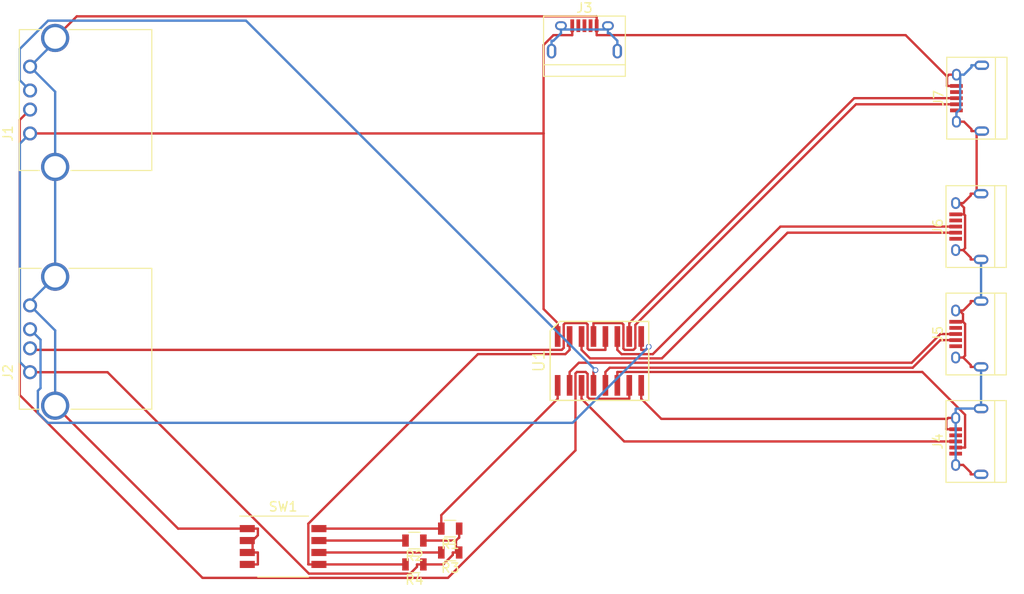
<source format=kicad_pcb>
(kicad_pcb (version 4) (host pcbnew 4.0.7)

  (general
    (links 59)
    (no_connects 0)
    (area 49.765 50.315 159.079 113.895)
    (thickness 1.6)
    (drawings 0)
    (tracks 230)
    (zones 0)
    (modules 13)
    (nets 31)
  )

  (page A4)
  (layers
    (0 F.Cu signal)
    (31 B.Cu signal)
    (32 B.Adhes user)
    (33 F.Adhes user)
    (34 B.Paste user)
    (35 F.Paste user)
    (36 B.SilkS user)
    (37 F.SilkS user)
    (38 B.Mask user)
    (39 F.Mask user)
    (40 Dwgs.User user)
    (41 Cmts.User user)
    (42 Eco1.User user)
    (43 Eco2.User user)
    (44 Edge.Cuts user)
    (45 Margin user)
    (46 B.CrtYd user)
    (47 F.CrtYd user)
    (48 B.Fab user)
    (49 F.Fab user)
  )

  (setup
    (last_trace_width 0.25)
    (trace_clearance 0.2)
    (zone_clearance 0.508)
    (zone_45_only no)
    (trace_min 0.2)
    (segment_width 0.2)
    (edge_width 0.15)
    (via_size 0.6)
    (via_drill 0.4)
    (via_min_size 0.4)
    (via_min_drill 0.3)
    (uvia_size 0.3)
    (uvia_drill 0.1)
    (uvias_allowed no)
    (uvia_min_size 0.2)
    (uvia_min_drill 0.1)
    (pcb_text_width 0.3)
    (pcb_text_size 1.5 1.5)
    (mod_edge_width 0.15)
    (mod_text_size 1 1)
    (mod_text_width 0.15)
    (pad_size 1.524 1.524)
    (pad_drill 0.762)
    (pad_to_mask_clearance 0.2)
    (aux_axis_origin 0 0)
    (visible_elements 7FFFFFFF)
    (pcbplotparams
      (layerselection 0x00030_80000001)
      (usegerberextensions false)
      (excludeedgelayer true)
      (linewidth 0.100000)
      (plotframeref false)
      (viasonmask false)
      (mode 1)
      (useauxorigin false)
      (hpglpennumber 1)
      (hpglpenspeed 20)
      (hpglpendiameter 15)
      (hpglpenoverlay 2)
      (psnegative false)
      (psa4output false)
      (plotreference true)
      (plotvalue true)
      (plotinvisibletext false)
      (padsonsilk false)
      (subtractmaskfromsilk false)
      (outputformat 1)
      (mirror false)
      (drillshape 1)
      (scaleselection 1)
      (outputdirectory ""))
  )

  (net 0 "")
  (net 1 "Net-(J1-Pad3)")
  (net 2 "Net-(J1-Pad2)")
  (net 3 "Net-(J2-Pad3)")
  (net 4 "Net-(J2-Pad2)")
  (net 5 VBUS)
  (net 6 "Net-(J3-Pad2)")
  (net 7 "Net-(J3-Pad3)")
  (net 8 "Net-(J3-Pad4)")
  (net 9 GND)
  (net 10 "Net-(J3-Pad6)")
  (net 11 "Net-(J4-Pad1)")
  (net 12 "Net-(J4-Pad2)")
  (net 13 "Net-(J4-Pad3)")
  (net 14 "Net-(J4-Pad4)")
  (net 15 "Net-(J5-Pad1)")
  (net 16 "Net-(J5-Pad2)")
  (net 17 "Net-(J5-Pad3)")
  (net 18 "Net-(J5-Pad4)")
  (net 19 "Net-(J6-Pad1)")
  (net 20 "Net-(J6-Pad2)")
  (net 21 "Net-(J6-Pad3)")
  (net 22 "Net-(J6-Pad4)")
  (net 23 "Net-(J7-Pad1)")
  (net 24 "Net-(J7-Pad2)")
  (net 25 "Net-(J7-Pad3)")
  (net 26 "Net-(J7-Pad4)")
  (net 27 "Net-(R1-Pad2)")
  (net 28 "Net-(R2-Pad2)")
  (net 29 "Net-(R3-Pad2)")
  (net 30 "Net-(R4-Pad2)")

  (net_class Default 这是默认网络组.
    (clearance 0.2)
    (trace_width 0.25)
    (via_dia 0.6)
    (via_drill 0.4)
    (uvia_dia 0.3)
    (uvia_drill 0.1)
    (add_net GND)
    (add_net "Net-(J1-Pad2)")
    (add_net "Net-(J1-Pad3)")
    (add_net "Net-(J2-Pad2)")
    (add_net "Net-(J2-Pad3)")
    (add_net "Net-(J3-Pad2)")
    (add_net "Net-(J3-Pad3)")
    (add_net "Net-(J3-Pad4)")
    (add_net "Net-(J3-Pad6)")
    (add_net "Net-(J4-Pad1)")
    (add_net "Net-(J4-Pad2)")
    (add_net "Net-(J4-Pad3)")
    (add_net "Net-(J4-Pad4)")
    (add_net "Net-(J5-Pad1)")
    (add_net "Net-(J5-Pad2)")
    (add_net "Net-(J5-Pad3)")
    (add_net "Net-(J5-Pad4)")
    (add_net "Net-(J6-Pad1)")
    (add_net "Net-(J6-Pad2)")
    (add_net "Net-(J6-Pad3)")
    (add_net "Net-(J6-Pad4)")
    (add_net "Net-(J7-Pad1)")
    (add_net "Net-(J7-Pad2)")
    (add_net "Net-(J7-Pad3)")
    (add_net "Net-(J7-Pad4)")
    (add_net "Net-(R1-Pad2)")
    (add_net "Net-(R2-Pad2)")
    (add_net "Net-(R3-Pad2)")
    (add_net "Net-(R4-Pad2)")
    (add_net VBUS)
  )

  (module Connectors:USB_A (layer F.Cu) (tedit 5543E289) (tstamp 5A9B5561)
    (at 53.09 64.64 90)
    (descr "USB A connector")
    (tags "USB USB_A")
    (path /5A9B53A4)
    (fp_text reference J1 (at 0 -2.35 90) (layer F.SilkS)
      (effects (font (size 1 1) (thickness 0.15)))
    )
    (fp_text value USB_A (at 3.84 7.44 90) (layer F.Fab)
      (effects (font (size 1 1) (thickness 0.15)))
    )
    (fp_line (start -5.3 13.2) (end -5.3 -1.4) (layer F.CrtYd) (width 0.05))
    (fp_line (start 11.95 -1.4) (end 11.95 13.2) (layer F.CrtYd) (width 0.05))
    (fp_line (start -5.3 13.2) (end 11.95 13.2) (layer F.CrtYd) (width 0.05))
    (fp_line (start -5.3 -1.4) (end 11.95 -1.4) (layer F.CrtYd) (width 0.05))
    (fp_line (start 11.05 -1.14) (end 11.05 1.19) (layer F.SilkS) (width 0.12))
    (fp_line (start -3.94 -1.14) (end -3.94 0.98) (layer F.SilkS) (width 0.12))
    (fp_line (start 11.05 -1.14) (end -3.94 -1.14) (layer F.SilkS) (width 0.12))
    (fp_line (start 11.05 12.95) (end -3.94 12.95) (layer F.SilkS) (width 0.12))
    (fp_line (start 11.05 4.15) (end 11.05 12.95) (layer F.SilkS) (width 0.12))
    (fp_line (start -3.94 4.35) (end -3.94 12.95) (layer F.SilkS) (width 0.12))
    (pad 4 thru_hole circle (at 7.11 0) (size 1.5 1.5) (drill 1) (layers *.Cu *.Mask)
      (net 9 GND))
    (pad 3 thru_hole circle (at 4.57 0) (size 1.5 1.5) (drill 1) (layers *.Cu *.Mask)
      (net 1 "Net-(J1-Pad3)"))
    (pad 2 thru_hole circle (at 2.54 0) (size 1.5 1.5) (drill 1) (layers *.Cu *.Mask)
      (net 2 "Net-(J1-Pad2)"))
    (pad 1 thru_hole circle (at 0 0) (size 1.5 1.5) (drill 1) (layers *.Cu *.Mask)
      (net 5 VBUS))
    (pad 5 thru_hole circle (at 10.16 2.67) (size 3 3) (drill 2.3) (layers *.Cu *.Mask)
      (net 9 GND))
    (pad 5 thru_hole circle (at -3.56 2.67) (size 3 3) (drill 2.3) (layers *.Cu *.Mask)
      (net 9 GND))
    (model ${KISYS3DMOD}/Connectors.3dshapes/USB_A.wrl
      (at (xyz 0.14 0 0))
      (scale (xyz 1 1 1))
      (rotate (xyz 0 0 90))
    )
  )

  (module Connectors:USB_A (layer F.Cu) (tedit 5543E289) (tstamp 5A9B5575)
    (at 53.09 90.04 90)
    (descr "USB A connector")
    (tags "USB USB_A")
    (path /5A9B53F7)
    (fp_text reference J2 (at 0 -2.35 90) (layer F.SilkS)
      (effects (font (size 1 1) (thickness 0.15)))
    )
    (fp_text value USB_A (at 3.84 7.44 90) (layer F.Fab)
      (effects (font (size 1 1) (thickness 0.15)))
    )
    (fp_line (start -5.3 13.2) (end -5.3 -1.4) (layer F.CrtYd) (width 0.05))
    (fp_line (start 11.95 -1.4) (end 11.95 13.2) (layer F.CrtYd) (width 0.05))
    (fp_line (start -5.3 13.2) (end 11.95 13.2) (layer F.CrtYd) (width 0.05))
    (fp_line (start -5.3 -1.4) (end 11.95 -1.4) (layer F.CrtYd) (width 0.05))
    (fp_line (start 11.05 -1.14) (end 11.05 1.19) (layer F.SilkS) (width 0.12))
    (fp_line (start -3.94 -1.14) (end -3.94 0.98) (layer F.SilkS) (width 0.12))
    (fp_line (start 11.05 -1.14) (end -3.94 -1.14) (layer F.SilkS) (width 0.12))
    (fp_line (start 11.05 12.95) (end -3.94 12.95) (layer F.SilkS) (width 0.12))
    (fp_line (start 11.05 4.15) (end 11.05 12.95) (layer F.SilkS) (width 0.12))
    (fp_line (start -3.94 4.35) (end -3.94 12.95) (layer F.SilkS) (width 0.12))
    (pad 4 thru_hole circle (at 7.11 0) (size 1.5 1.5) (drill 1) (layers *.Cu *.Mask)
      (net 9 GND))
    (pad 3 thru_hole circle (at 4.57 0) (size 1.5 1.5) (drill 1) (layers *.Cu *.Mask)
      (net 3 "Net-(J2-Pad3)"))
    (pad 2 thru_hole circle (at 2.54 0) (size 1.5 1.5) (drill 1) (layers *.Cu *.Mask)
      (net 4 "Net-(J2-Pad2)"))
    (pad 1 thru_hole circle (at 0 0) (size 1.5 1.5) (drill 1) (layers *.Cu *.Mask)
      (net 5 VBUS))
    (pad 5 thru_hole circle (at 10.16 2.67) (size 3 3) (drill 2.3) (layers *.Cu *.Mask)
      (net 9 GND))
    (pad 5 thru_hole circle (at -3.56 2.67) (size 3 3) (drill 2.3) (layers *.Cu *.Mask)
      (net 9 GND))
    (model ${KISYS3DMOD}/Connectors.3dshapes/USB_A.wrl
      (at (xyz 0.14 0 0))
      (scale (xyz 1 1 1))
      (rotate (xyz 0 0 90))
    )
  )

  (module Resistors_SMD:R_0805 (layer F.Cu) (tedit 58E0A804) (tstamp 5A9B55FE)
    (at 97.79 106.68 180)
    (descr "Resistor SMD 0805, reflow soldering, Vishay (see dcrcw.pdf)")
    (tags "resistor 0805")
    (path /5A9B60D5)
    (attr smd)
    (fp_text reference R1 (at 0 -1.65 180) (layer F.SilkS)
      (effects (font (size 1 1) (thickness 0.15)))
    )
    (fp_text value R-4.7k (at 0 1.75 180) (layer F.Fab)
      (effects (font (size 1 1) (thickness 0.15)))
    )
    (fp_text user %R (at 0 0 180) (layer F.Fab)
      (effects (font (size 0.5 0.5) (thickness 0.075)))
    )
    (fp_line (start -1 0.62) (end -1 -0.62) (layer F.Fab) (width 0.1))
    (fp_line (start 1 0.62) (end -1 0.62) (layer F.Fab) (width 0.1))
    (fp_line (start 1 -0.62) (end 1 0.62) (layer F.Fab) (width 0.1))
    (fp_line (start -1 -0.62) (end 1 -0.62) (layer F.Fab) (width 0.1))
    (fp_line (start 0.6 0.88) (end -0.6 0.88) (layer F.SilkS) (width 0.12))
    (fp_line (start -0.6 -0.88) (end 0.6 -0.88) (layer F.SilkS) (width 0.12))
    (fp_line (start -1.55 -0.9) (end 1.55 -0.9) (layer F.CrtYd) (width 0.05))
    (fp_line (start -1.55 -0.9) (end -1.55 0.9) (layer F.CrtYd) (width 0.05))
    (fp_line (start 1.55 0.9) (end 1.55 -0.9) (layer F.CrtYd) (width 0.05))
    (fp_line (start 1.55 0.9) (end -1.55 0.9) (layer F.CrtYd) (width 0.05))
    (pad 1 smd rect (at -0.95 0 180) (size 0.7 1.3) (layers F.Cu F.Paste F.Mask)
      (net 5 VBUS))
    (pad 2 smd rect (at 0.95 0 180) (size 0.7 1.3) (layers F.Cu F.Paste F.Mask)
      (net 27 "Net-(R1-Pad2)"))
    (model ${KISYS3DMOD}/Resistors_SMD.3dshapes/R_0805.wrl
      (at (xyz 0 0 0))
      (scale (xyz 1 1 1))
      (rotate (xyz 0 0 0))
    )
  )

  (module Resistors_SMD:R_0805 (layer F.Cu) (tedit 58E0A804) (tstamp 5A9B560F)
    (at 93.98 107.95 180)
    (descr "Resistor SMD 0805, reflow soldering, Vishay (see dcrcw.pdf)")
    (tags "resistor 0805")
    (path /5A9B651E)
    (attr smd)
    (fp_text reference R2 (at 0 -1.65 180) (layer F.SilkS)
      (effects (font (size 1 1) (thickness 0.15)))
    )
    (fp_text value R-4.7k (at 0 1.75 180) (layer F.Fab)
      (effects (font (size 1 1) (thickness 0.15)))
    )
    (fp_text user %R (at 0 0 180) (layer F.Fab)
      (effects (font (size 0.5 0.5) (thickness 0.075)))
    )
    (fp_line (start -1 0.62) (end -1 -0.62) (layer F.Fab) (width 0.1))
    (fp_line (start 1 0.62) (end -1 0.62) (layer F.Fab) (width 0.1))
    (fp_line (start 1 -0.62) (end 1 0.62) (layer F.Fab) (width 0.1))
    (fp_line (start -1 -0.62) (end 1 -0.62) (layer F.Fab) (width 0.1))
    (fp_line (start 0.6 0.88) (end -0.6 0.88) (layer F.SilkS) (width 0.12))
    (fp_line (start -0.6 -0.88) (end 0.6 -0.88) (layer F.SilkS) (width 0.12))
    (fp_line (start -1.55 -0.9) (end 1.55 -0.9) (layer F.CrtYd) (width 0.05))
    (fp_line (start -1.55 -0.9) (end -1.55 0.9) (layer F.CrtYd) (width 0.05))
    (fp_line (start 1.55 0.9) (end 1.55 -0.9) (layer F.CrtYd) (width 0.05))
    (fp_line (start 1.55 0.9) (end -1.55 0.9) (layer F.CrtYd) (width 0.05))
    (pad 1 smd rect (at -0.95 0 180) (size 0.7 1.3) (layers F.Cu F.Paste F.Mask)
      (net 5 VBUS))
    (pad 2 smd rect (at 0.95 0 180) (size 0.7 1.3) (layers F.Cu F.Paste F.Mask)
      (net 28 "Net-(R2-Pad2)"))
    (model ${KISYS3DMOD}/Resistors_SMD.3dshapes/R_0805.wrl
      (at (xyz 0 0 0))
      (scale (xyz 1 1 1))
      (rotate (xyz 0 0 0))
    )
  )

  (module Resistors_SMD:R_0805 (layer F.Cu) (tedit 58E0A804) (tstamp 5A9B5620)
    (at 97.79 109.22 180)
    (descr "Resistor SMD 0805, reflow soldering, Vishay (see dcrcw.pdf)")
    (tags "resistor 0805")
    (path /5A9B655C)
    (attr smd)
    (fp_text reference R3 (at 0 -1.65 180) (layer F.SilkS)
      (effects (font (size 1 1) (thickness 0.15)))
    )
    (fp_text value R-4.7k (at 0 1.75 180) (layer F.Fab)
      (effects (font (size 1 1) (thickness 0.15)))
    )
    (fp_text user %R (at 0 0 180) (layer F.Fab)
      (effects (font (size 0.5 0.5) (thickness 0.075)))
    )
    (fp_line (start -1 0.62) (end -1 -0.62) (layer F.Fab) (width 0.1))
    (fp_line (start 1 0.62) (end -1 0.62) (layer F.Fab) (width 0.1))
    (fp_line (start 1 -0.62) (end 1 0.62) (layer F.Fab) (width 0.1))
    (fp_line (start -1 -0.62) (end 1 -0.62) (layer F.Fab) (width 0.1))
    (fp_line (start 0.6 0.88) (end -0.6 0.88) (layer F.SilkS) (width 0.12))
    (fp_line (start -0.6 -0.88) (end 0.6 -0.88) (layer F.SilkS) (width 0.12))
    (fp_line (start -1.55 -0.9) (end 1.55 -0.9) (layer F.CrtYd) (width 0.05))
    (fp_line (start -1.55 -0.9) (end -1.55 0.9) (layer F.CrtYd) (width 0.05))
    (fp_line (start 1.55 0.9) (end 1.55 -0.9) (layer F.CrtYd) (width 0.05))
    (fp_line (start 1.55 0.9) (end -1.55 0.9) (layer F.CrtYd) (width 0.05))
    (pad 1 smd rect (at -0.95 0 180) (size 0.7 1.3) (layers F.Cu F.Paste F.Mask)
      (net 5 VBUS))
    (pad 2 smd rect (at 0.95 0 180) (size 0.7 1.3) (layers F.Cu F.Paste F.Mask)
      (net 29 "Net-(R3-Pad2)"))
    (model ${KISYS3DMOD}/Resistors_SMD.3dshapes/R_0805.wrl
      (at (xyz 0 0 0))
      (scale (xyz 1 1 1))
      (rotate (xyz 0 0 0))
    )
  )

  (module Resistors_SMD:R_0805 (layer F.Cu) (tedit 58E0A804) (tstamp 5A9B5631)
    (at 93.98 110.49 180)
    (descr "Resistor SMD 0805, reflow soldering, Vishay (see dcrcw.pdf)")
    (tags "resistor 0805")
    (path /5A9B65C0)
    (attr smd)
    (fp_text reference R4 (at 0 -1.65 180) (layer F.SilkS)
      (effects (font (size 1 1) (thickness 0.15)))
    )
    (fp_text value R-4.7k (at 0 1.75 180) (layer F.Fab)
      (effects (font (size 1 1) (thickness 0.15)))
    )
    (fp_text user %R (at 0 0 180) (layer F.Fab)
      (effects (font (size 0.5 0.5) (thickness 0.075)))
    )
    (fp_line (start -1 0.62) (end -1 -0.62) (layer F.Fab) (width 0.1))
    (fp_line (start 1 0.62) (end -1 0.62) (layer F.Fab) (width 0.1))
    (fp_line (start 1 -0.62) (end 1 0.62) (layer F.Fab) (width 0.1))
    (fp_line (start -1 -0.62) (end 1 -0.62) (layer F.Fab) (width 0.1))
    (fp_line (start 0.6 0.88) (end -0.6 0.88) (layer F.SilkS) (width 0.12))
    (fp_line (start -0.6 -0.88) (end 0.6 -0.88) (layer F.SilkS) (width 0.12))
    (fp_line (start -1.55 -0.9) (end 1.55 -0.9) (layer F.CrtYd) (width 0.05))
    (fp_line (start -1.55 -0.9) (end -1.55 0.9) (layer F.CrtYd) (width 0.05))
    (fp_line (start 1.55 0.9) (end 1.55 -0.9) (layer F.CrtYd) (width 0.05))
    (fp_line (start 1.55 0.9) (end -1.55 0.9) (layer F.CrtYd) (width 0.05))
    (pad 1 smd rect (at -0.95 0 180) (size 0.7 1.3) (layers F.Cu F.Paste F.Mask)
      (net 5 VBUS))
    (pad 2 smd rect (at 0.95 0 180) (size 0.7 1.3) (layers F.Cu F.Paste F.Mask)
      (net 30 "Net-(R4-Pad2)"))
    (model ${KISYS3DMOD}/Resistors_SMD.3dshapes/R_0805.wrl
      (at (xyz 0 0 0))
      (scale (xyz 1 1 1))
      (rotate (xyz 0 0 0))
    )
  )

  (module lib:ch440g (layer F.Cu) (tedit 5A8FC6CF) (tstamp 5A9B5689)
    (at 113.665 88.84)
    (path /5A9B5242)
    (fp_text reference U1 (at -6.445 0 90) (layer F.SilkS)
      (effects (font (size 1.2 1.2) (thickness 0.15)))
    )
    (fp_text value CH440G (at 0 0) (layer F.Fab)
      (effects (font (size 1.2 1.2) (thickness 0.15)))
    )
    (fp_line (start -4.245 -4.2) (end -5.245 -3.2) (layer F.SilkS) (width 0.15))
    (fp_line (start -5.245 -3.2) (end -5.245 4.2) (layer F.SilkS) (width 0.15))
    (fp_line (start -5.245 4.2) (end 5.245 4.2) (layer F.SilkS) (width 0.15))
    (fp_line (start 5.245 4.2) (end 5.245 -4.2) (layer F.SilkS) (width 0.15))
    (fp_line (start 5.245 -4.2) (end -4.245 -4.2) (layer F.SilkS) (width 0.15))
    (pad 16 smd rect (at -4.445 -2.6) (size 0.6 2.2) (layers F.Cu F.Paste F.Mask)
      (net 5 VBUS))
    (pad 1 smd rect (at -4.445 2.6) (size 0.6 2.2) (layers F.Cu F.Paste F.Mask)
      (net 27 "Net-(R1-Pad2)"))
    (pad 15 smd rect (at -3.175 -2.6) (size 0.6 2.2) (layers F.Cu F.Paste F.Mask)
      (net 30 "Net-(R4-Pad2)"))
    (pad 2 smd rect (at -3.175 2.6) (size 0.6 2.2) (layers F.Cu F.Paste F.Mask)
      (net 17 "Net-(J5-Pad3)"))
    (pad 14 smd rect (at -1.905 -2.6) (size 0.6 2.2) (layers F.Cu F.Paste F.Mask)
      (net 20 "Net-(J6-Pad2)"))
    (pad 3 smd rect (at -1.905 2.6) (size 0.6 2.2) (layers F.Cu F.Paste F.Mask)
      (net 13 "Net-(J4-Pad3)"))
    (pad 13 smd rect (at -0.635 -2.6) (size 0.6 2.2) (layers F.Cu F.Paste F.Mask)
      (net 24 "Net-(J7-Pad2)"))
    (pad 4 smd rect (at -0.635 2.6) (size 0.6 2.2) (layers F.Cu F.Paste F.Mask)
      (net 1 "Net-(J1-Pad3)"))
    (pad 12 smd rect (at 0.635 -2.6) (size 0.6 2.2) (layers F.Cu F.Paste F.Mask)
      (net 4 "Net-(J2-Pad2)"))
    (pad 5 smd rect (at 0.635 2.6) (size 0.6 2.2) (layers F.Cu F.Paste F.Mask)
      (net 16 "Net-(J5-Pad2)"))
    (pad 11 smd rect (at 1.905 -2.6) (size 0.6 2.2) (layers F.Cu F.Paste F.Mask)
      (net 21 "Net-(J6-Pad3)"))
    (pad 6 smd rect (at 1.905 2.6) (size 0.6 2.2) (layers F.Cu F.Paste F.Mask)
      (net 12 "Net-(J4-Pad2)"))
    (pad 10 smd rect (at 3.175 -2.6) (size 0.6 2.2) (layers F.Cu F.Paste F.Mask)
      (net 25 "Net-(J7-Pad3)"))
    (pad 7 smd rect (at 3.175 2.6) (size 0.6 2.2) (layers F.Cu F.Paste F.Mask)
      (net 2 "Net-(J1-Pad2)"))
    (pad 9 smd rect (at 4.445 -2.6) (size 0.6 2.2) (layers F.Cu F.Paste F.Mask)
      (net 3 "Net-(J2-Pad3)"))
    (pad 8 smd rect (at 4.445 2.6) (size 0.6 2.2) (layers F.Cu F.Paste F.Mask)
      (net 9 GND))
  )

  (module Connectors:USB_Micro-B (layer F.Cu) (tedit 5543E447) (tstamp 5A9B5836)
    (at 112.07 54.53)
    (descr "Micro USB Type B Receptacle")
    (tags "USB USB_B USB_micro USB_OTG")
    (path /5A9B716A)
    (attr smd)
    (fp_text reference J3 (at 0 -3.24) (layer F.SilkS)
      (effects (font (size 1 1) (thickness 0.15)))
    )
    (fp_text value USB_OTG (at 0 5.01) (layer F.Fab)
      (effects (font (size 1 1) (thickness 0.15)))
    )
    (fp_line (start -4.6 -2.59) (end 4.6 -2.59) (layer F.CrtYd) (width 0.05))
    (fp_line (start 4.6 -2.59) (end 4.6 4.26) (layer F.CrtYd) (width 0.05))
    (fp_line (start 4.6 4.26) (end -4.6 4.26) (layer F.CrtYd) (width 0.05))
    (fp_line (start -4.6 4.26) (end -4.6 -2.59) (layer F.CrtYd) (width 0.05))
    (fp_line (start -4.35 4.03) (end 4.35 4.03) (layer F.SilkS) (width 0.12))
    (fp_line (start -4.35 -2.38) (end 4.35 -2.38) (layer F.SilkS) (width 0.12))
    (fp_line (start 4.35 -2.38) (end 4.35 4.03) (layer F.SilkS) (width 0.12))
    (fp_line (start 4.35 2.8) (end -4.35 2.8) (layer F.SilkS) (width 0.12))
    (fp_line (start -4.35 4.03) (end -4.35 -2.38) (layer F.SilkS) (width 0.12))
    (pad 1 smd rect (at -1.3 -1.35 90) (size 1.35 0.4) (layers F.Cu F.Paste F.Mask)
      (net 5 VBUS))
    (pad 2 smd rect (at -0.65 -1.35 90) (size 1.35 0.4) (layers F.Cu F.Paste F.Mask)
      (net 6 "Net-(J3-Pad2)"))
    (pad 3 smd rect (at 0 -1.35 90) (size 1.35 0.4) (layers F.Cu F.Paste F.Mask)
      (net 7 "Net-(J3-Pad3)"))
    (pad 4 smd rect (at 0.65 -1.35 90) (size 1.35 0.4) (layers F.Cu F.Paste F.Mask)
      (net 8 "Net-(J3-Pad4)"))
    (pad 5 smd rect (at 1.3 -1.35 90) (size 1.35 0.4) (layers F.Cu F.Paste F.Mask)
      (net 9 GND))
    (pad 6 thru_hole oval (at -2.5 -1.35 90) (size 0.95 1.25) (drill oval 0.55 0.85) (layers *.Cu *.Mask)
      (net 10 "Net-(J3-Pad6)"))
    (pad 6 thru_hole oval (at 2.5 -1.35 90) (size 0.95 1.25) (drill oval 0.55 0.85) (layers *.Cu *.Mask)
      (net 10 "Net-(J3-Pad6)"))
    (pad 6 thru_hole oval (at -3.5 1.35 90) (size 1.55 1) (drill oval 1.15 0.5) (layers *.Cu *.Mask)
      (net 10 "Net-(J3-Pad6)"))
    (pad 6 thru_hole oval (at 3.5 1.35 90) (size 1.55 1) (drill oval 1.15 0.5) (layers *.Cu *.Mask)
      (net 10 "Net-(J3-Pad6)"))
  )

  (module Buttons_Switches_SMD:SW_DIP_x4_W7.62mm_Slide_Copal_CHS-B (layer F.Cu) (tedit 59AC4BEE) (tstamp 5A9B5862)
    (at 80.01 108.585)
    (descr "4x-dip-switch, Slide, row spacing 7.62 mm (300 mils), Copal_CHS-B")
    (tags "DIP Switch Slide 7.62mm 300mil Copal_CHS-B")
    (path /5A9B5ED1)
    (attr smd)
    (fp_text reference SW1 (at 0 -4.235) (layer F.SilkS)
      (effects (font (size 1 1) (thickness 0.15)))
    )
    (fp_text value SW_DIP_x04 (at 0 4.235) (layer F.Fab)
      (effects (font (size 1 1) (thickness 0.15)))
    )
    (fp_line (start -1.7 -3.175) (end 2.7 -3.175) (layer F.Fab) (width 0.1))
    (fp_line (start 2.7 -3.175) (end 2.7 3.175) (layer F.Fab) (width 0.1))
    (fp_line (start 2.7 3.175) (end -2.7 3.175) (layer F.Fab) (width 0.1))
    (fp_line (start -2.7 3.175) (end -2.7 -2.175) (layer F.Fab) (width 0.1))
    (fp_line (start -2.7 -2.175) (end -1.7 -3.175) (layer F.Fab) (width 0.1))
    (fp_line (start -1.5 -2.155) (end -1.5 -1.655) (layer F.Fab) (width 0.1))
    (fp_line (start -1.5 -1.655) (end 1.5 -1.655) (layer F.Fab) (width 0.1))
    (fp_line (start 1.5 -1.655) (end 1.5 -2.155) (layer F.Fab) (width 0.1))
    (fp_line (start 1.5 -2.155) (end -1.5 -2.155) (layer F.Fab) (width 0.1))
    (fp_line (start 0 -2.155) (end 0 -1.655) (layer F.Fab) (width 0.1))
    (fp_line (start -1.5 -0.885) (end -1.5 -0.385) (layer F.Fab) (width 0.1))
    (fp_line (start -1.5 -0.385) (end 1.5 -0.385) (layer F.Fab) (width 0.1))
    (fp_line (start 1.5 -0.385) (end 1.5 -0.885) (layer F.Fab) (width 0.1))
    (fp_line (start 1.5 -0.885) (end -1.5 -0.885) (layer F.Fab) (width 0.1))
    (fp_line (start 0 -0.885) (end 0 -0.385) (layer F.Fab) (width 0.1))
    (fp_line (start -1.5 0.385) (end -1.5 0.885) (layer F.Fab) (width 0.1))
    (fp_line (start -1.5 0.885) (end 1.5 0.885) (layer F.Fab) (width 0.1))
    (fp_line (start 1.5 0.885) (end 1.5 0.385) (layer F.Fab) (width 0.1))
    (fp_line (start 1.5 0.385) (end -1.5 0.385) (layer F.Fab) (width 0.1))
    (fp_line (start 0 0.385) (end 0 0.885) (layer F.Fab) (width 0.1))
    (fp_line (start -1.5 1.655) (end -1.5 2.155) (layer F.Fab) (width 0.1))
    (fp_line (start -1.5 2.155) (end 1.5 2.155) (layer F.Fab) (width 0.1))
    (fp_line (start 1.5 2.155) (end 1.5 1.655) (layer F.Fab) (width 0.1))
    (fp_line (start 1.5 1.655) (end -1.5 1.655) (layer F.Fab) (width 0.1))
    (fp_line (start 0 1.655) (end 0 2.155) (layer F.Fab) (width 0.1))
    (fp_line (start -4.61 -3.235) (end 2.7 -3.235) (layer F.SilkS) (width 0.12))
    (fp_line (start -2.7 3.235) (end 2.7 3.235) (layer F.SilkS) (width 0.12))
    (fp_line (start -4.9 -3.5) (end -4.9 3.5) (layer F.CrtYd) (width 0.05))
    (fp_line (start -4.9 3.5) (end 4.9 3.5) (layer F.CrtYd) (width 0.05))
    (fp_line (start 4.9 3.5) (end 4.9 -3.5) (layer F.CrtYd) (width 0.05))
    (fp_line (start 4.9 -3.5) (end -4.9 -3.5) (layer F.CrtYd) (width 0.05))
    (fp_text user %R (at 2.1 0 90) (layer F.Fab)
      (effects (font (size 0.8 0.8) (thickness 0.15)))
    )
    (pad 1 smd rect (at -3.81 -1.905) (size 1.6 0.76) (layers F.Cu F.Paste F.Mask)
      (net 9 GND))
    (pad 5 smd rect (at 3.81 1.905) (size 1.6 0.76) (layers F.Cu F.Paste F.Mask)
      (net 30 "Net-(R4-Pad2)"))
    (pad 2 smd rect (at -3.81 -0.635) (size 1.6 0.76) (layers F.Cu F.Paste F.Mask)
      (net 9 GND))
    (pad 6 smd rect (at 3.81 0.635) (size 1.6 0.76) (layers F.Cu F.Paste F.Mask)
      (net 29 "Net-(R3-Pad2)"))
    (pad 3 smd rect (at -3.81 0.635) (size 1.6 0.76) (layers F.Cu F.Paste F.Mask)
      (net 9 GND))
    (pad 7 smd rect (at 3.81 -0.635) (size 1.6 0.76) (layers F.Cu F.Paste F.Mask)
      (net 28 "Net-(R2-Pad2)"))
    (pad 4 smd rect (at -3.81 1.905) (size 1.6 0.76) (layers F.Cu F.Paste F.Mask)
      (net 9 GND))
    (pad 8 smd rect (at 3.81 -1.905) (size 1.6 0.76) (layers F.Cu F.Paste F.Mask)
      (net 27 "Net-(R1-Pad2)"))
    (model ${KISYS3DMOD}/Buttons_Switches_SMD.3dshapes/SW_DIP_x4_W7.62mm_Slide_Copal_CHS-B.wrl
      (at (xyz 0 0 0))
      (scale (xyz 1 1 1))
      (rotate (xyz 0 0 0))
    )
  )

  (module Connectors:USB_Micro-B (layer F.Cu) (tedit 5543E447) (tstamp 5A9B593A)
    (at 152.914 97.406 90)
    (descr "Micro USB Type B Receptacle")
    (tags "USB USB_B USB_micro USB_OTG")
    (path /5A9B5433)
    (attr smd)
    (fp_text reference J4 (at 0 -3.24 90) (layer F.SilkS)
      (effects (font (size 1 1) (thickness 0.15)))
    )
    (fp_text value USB_OTG (at 0 5.01 90) (layer F.Fab)
      (effects (font (size 1 1) (thickness 0.15)))
    )
    (fp_line (start -4.6 -2.59) (end 4.6 -2.59) (layer F.CrtYd) (width 0.05))
    (fp_line (start 4.6 -2.59) (end 4.6 4.26) (layer F.CrtYd) (width 0.05))
    (fp_line (start 4.6 4.26) (end -4.6 4.26) (layer F.CrtYd) (width 0.05))
    (fp_line (start -4.6 4.26) (end -4.6 -2.59) (layer F.CrtYd) (width 0.05))
    (fp_line (start -4.35 4.03) (end 4.35 4.03) (layer F.SilkS) (width 0.12))
    (fp_line (start -4.35 -2.38) (end 4.35 -2.38) (layer F.SilkS) (width 0.12))
    (fp_line (start 4.35 -2.38) (end 4.35 4.03) (layer F.SilkS) (width 0.12))
    (fp_line (start 4.35 2.8) (end -4.35 2.8) (layer F.SilkS) (width 0.12))
    (fp_line (start -4.35 4.03) (end -4.35 -2.38) (layer F.SilkS) (width 0.12))
    (pad 1 smd rect (at -1.3 -1.35 180) (size 1.35 0.4) (layers F.Cu F.Paste F.Mask)
      (net 11 "Net-(J4-Pad1)"))
    (pad 2 smd rect (at -0.65 -1.35 180) (size 1.35 0.4) (layers F.Cu F.Paste F.Mask)
      (net 12 "Net-(J4-Pad2)"))
    (pad 3 smd rect (at 0 -1.35 180) (size 1.35 0.4) (layers F.Cu F.Paste F.Mask)
      (net 13 "Net-(J4-Pad3)"))
    (pad 4 smd rect (at 0.65 -1.35 180) (size 1.35 0.4) (layers F.Cu F.Paste F.Mask)
      (net 14 "Net-(J4-Pad4)"))
    (pad 5 smd rect (at 1.3 -1.35 180) (size 1.35 0.4) (layers F.Cu F.Paste F.Mask)
      (net 9 GND))
    (pad 6 thru_hole oval (at -2.5 -1.35 180) (size 0.95 1.25) (drill oval 0.55 0.85) (layers *.Cu *.Mask)
      (net 9 GND))
    (pad 6 thru_hole oval (at 2.5 -1.35 180) (size 0.95 1.25) (drill oval 0.55 0.85) (layers *.Cu *.Mask)
      (net 9 GND))
    (pad 6 thru_hole oval (at -3.5 1.35 180) (size 1.55 1) (drill oval 1.15 0.5) (layers *.Cu *.Mask)
      (net 9 GND))
    (pad 6 thru_hole oval (at 3.5 1.35 180) (size 1.55 1) (drill oval 1.15 0.5) (layers *.Cu *.Mask)
      (net 9 GND))
  )

  (module Connectors:USB_Micro-B (layer F.Cu) (tedit 5543E447) (tstamp 5A9B5950)
    (at 152.914 85.976 90)
    (descr "Micro USB Type B Receptacle")
    (tags "USB USB_B USB_micro USB_OTG")
    (path /5A9B5474)
    (attr smd)
    (fp_text reference J5 (at 0 -3.24 90) (layer F.SilkS)
      (effects (font (size 1 1) (thickness 0.15)))
    )
    (fp_text value USB_OTG (at 0 5.01 90) (layer F.Fab)
      (effects (font (size 1 1) (thickness 0.15)))
    )
    (fp_line (start -4.6 -2.59) (end 4.6 -2.59) (layer F.CrtYd) (width 0.05))
    (fp_line (start 4.6 -2.59) (end 4.6 4.26) (layer F.CrtYd) (width 0.05))
    (fp_line (start 4.6 4.26) (end -4.6 4.26) (layer F.CrtYd) (width 0.05))
    (fp_line (start -4.6 4.26) (end -4.6 -2.59) (layer F.CrtYd) (width 0.05))
    (fp_line (start -4.35 4.03) (end 4.35 4.03) (layer F.SilkS) (width 0.12))
    (fp_line (start -4.35 -2.38) (end 4.35 -2.38) (layer F.SilkS) (width 0.12))
    (fp_line (start 4.35 -2.38) (end 4.35 4.03) (layer F.SilkS) (width 0.12))
    (fp_line (start 4.35 2.8) (end -4.35 2.8) (layer F.SilkS) (width 0.12))
    (fp_line (start -4.35 4.03) (end -4.35 -2.38) (layer F.SilkS) (width 0.12))
    (pad 1 smd rect (at -1.3 -1.35 180) (size 1.35 0.4) (layers F.Cu F.Paste F.Mask)
      (net 15 "Net-(J5-Pad1)"))
    (pad 2 smd rect (at -0.65 -1.35 180) (size 1.35 0.4) (layers F.Cu F.Paste F.Mask)
      (net 16 "Net-(J5-Pad2)"))
    (pad 3 smd rect (at 0 -1.35 180) (size 1.35 0.4) (layers F.Cu F.Paste F.Mask)
      (net 17 "Net-(J5-Pad3)"))
    (pad 4 smd rect (at 0.65 -1.35 180) (size 1.35 0.4) (layers F.Cu F.Paste F.Mask)
      (net 18 "Net-(J5-Pad4)"))
    (pad 5 smd rect (at 1.3 -1.35 180) (size 1.35 0.4) (layers F.Cu F.Paste F.Mask)
      (net 9 GND))
    (pad 6 thru_hole oval (at -2.5 -1.35 180) (size 0.95 1.25) (drill oval 0.55 0.85) (layers *.Cu *.Mask)
      (net 9 GND))
    (pad 6 thru_hole oval (at 2.5 -1.35 180) (size 0.95 1.25) (drill oval 0.55 0.85) (layers *.Cu *.Mask)
      (net 9 GND))
    (pad 6 thru_hole oval (at -3.5 1.35 180) (size 1.55 1) (drill oval 1.15 0.5) (layers *.Cu *.Mask)
      (net 9 GND))
    (pad 6 thru_hole oval (at 3.5 1.35 180) (size 1.55 1) (drill oval 1.15 0.5) (layers *.Cu *.Mask)
      (net 9 GND))
  )

  (module Connectors:USB_Micro-B (layer F.Cu) (tedit 5543E447) (tstamp 5A9B5966)
    (at 152.914 74.546 90)
    (descr "Micro USB Type B Receptacle")
    (tags "USB USB_B USB_micro USB_OTG")
    (path /5A9B54B3)
    (attr smd)
    (fp_text reference J6 (at 0 -3.24 90) (layer F.SilkS)
      (effects (font (size 1 1) (thickness 0.15)))
    )
    (fp_text value USB_OTG (at 0 5.01 90) (layer F.Fab)
      (effects (font (size 1 1) (thickness 0.15)))
    )
    (fp_line (start -4.6 -2.59) (end 4.6 -2.59) (layer F.CrtYd) (width 0.05))
    (fp_line (start 4.6 -2.59) (end 4.6 4.26) (layer F.CrtYd) (width 0.05))
    (fp_line (start 4.6 4.26) (end -4.6 4.26) (layer F.CrtYd) (width 0.05))
    (fp_line (start -4.6 4.26) (end -4.6 -2.59) (layer F.CrtYd) (width 0.05))
    (fp_line (start -4.35 4.03) (end 4.35 4.03) (layer F.SilkS) (width 0.12))
    (fp_line (start -4.35 -2.38) (end 4.35 -2.38) (layer F.SilkS) (width 0.12))
    (fp_line (start 4.35 -2.38) (end 4.35 4.03) (layer F.SilkS) (width 0.12))
    (fp_line (start 4.35 2.8) (end -4.35 2.8) (layer F.SilkS) (width 0.12))
    (fp_line (start -4.35 4.03) (end -4.35 -2.38) (layer F.SilkS) (width 0.12))
    (pad 1 smd rect (at -1.3 -1.35 180) (size 1.35 0.4) (layers F.Cu F.Paste F.Mask)
      (net 19 "Net-(J6-Pad1)"))
    (pad 2 smd rect (at -0.65 -1.35 180) (size 1.35 0.4) (layers F.Cu F.Paste F.Mask)
      (net 20 "Net-(J6-Pad2)"))
    (pad 3 smd rect (at 0 -1.35 180) (size 1.35 0.4) (layers F.Cu F.Paste F.Mask)
      (net 21 "Net-(J6-Pad3)"))
    (pad 4 smd rect (at 0.65 -1.35 180) (size 1.35 0.4) (layers F.Cu F.Paste F.Mask)
      (net 22 "Net-(J6-Pad4)"))
    (pad 5 smd rect (at 1.3 -1.35 180) (size 1.35 0.4) (layers F.Cu F.Paste F.Mask)
      (net 9 GND))
    (pad 6 thru_hole oval (at -2.5 -1.35 180) (size 0.95 1.25) (drill oval 0.55 0.85) (layers *.Cu *.Mask)
      (net 9 GND))
    (pad 6 thru_hole oval (at 2.5 -1.35 180) (size 0.95 1.25) (drill oval 0.55 0.85) (layers *.Cu *.Mask)
      (net 9 GND))
    (pad 6 thru_hole oval (at -3.5 1.35 180) (size 1.55 1) (drill oval 1.15 0.5) (layers *.Cu *.Mask)
      (net 9 GND))
    (pad 6 thru_hole oval (at 3.5 1.35 180) (size 1.55 1) (drill oval 1.15 0.5) (layers *.Cu *.Mask)
      (net 9 GND))
  )

  (module Connectors:USB_Micro-B (layer F.Cu) (tedit 5543E447) (tstamp 5A9B597C)
    (at 152.994 60.886 90)
    (descr "Micro USB Type B Receptacle")
    (tags "USB USB_B USB_micro USB_OTG")
    (path /5A9B54FD)
    (attr smd)
    (fp_text reference J7 (at 0 -3.24 90) (layer F.SilkS)
      (effects (font (size 1 1) (thickness 0.15)))
    )
    (fp_text value USB_OTG (at 0 5.01 90) (layer F.Fab)
      (effects (font (size 1 1) (thickness 0.15)))
    )
    (fp_line (start -4.6 -2.59) (end 4.6 -2.59) (layer F.CrtYd) (width 0.05))
    (fp_line (start 4.6 -2.59) (end 4.6 4.26) (layer F.CrtYd) (width 0.05))
    (fp_line (start 4.6 4.26) (end -4.6 4.26) (layer F.CrtYd) (width 0.05))
    (fp_line (start -4.6 4.26) (end -4.6 -2.59) (layer F.CrtYd) (width 0.05))
    (fp_line (start -4.35 4.03) (end 4.35 4.03) (layer F.SilkS) (width 0.12))
    (fp_line (start -4.35 -2.38) (end 4.35 -2.38) (layer F.SilkS) (width 0.12))
    (fp_line (start 4.35 -2.38) (end 4.35 4.03) (layer F.SilkS) (width 0.12))
    (fp_line (start 4.35 2.8) (end -4.35 2.8) (layer F.SilkS) (width 0.12))
    (fp_line (start -4.35 4.03) (end -4.35 -2.38) (layer F.SilkS) (width 0.12))
    (pad 1 smd rect (at -1.3 -1.35 180) (size 1.35 0.4) (layers F.Cu F.Paste F.Mask)
      (net 23 "Net-(J7-Pad1)"))
    (pad 2 smd rect (at -0.65 -1.35 180) (size 1.35 0.4) (layers F.Cu F.Paste F.Mask)
      (net 24 "Net-(J7-Pad2)"))
    (pad 3 smd rect (at 0 -1.35 180) (size 1.35 0.4) (layers F.Cu F.Paste F.Mask)
      (net 25 "Net-(J7-Pad3)"))
    (pad 4 smd rect (at 0.65 -1.35 180) (size 1.35 0.4) (layers F.Cu F.Paste F.Mask)
      (net 26 "Net-(J7-Pad4)"))
    (pad 5 smd rect (at 1.3 -1.35 180) (size 1.35 0.4) (layers F.Cu F.Paste F.Mask)
      (net 9 GND))
    (pad 6 thru_hole oval (at -2.5 -1.35 180) (size 0.95 1.25) (drill oval 0.55 0.85) (layers *.Cu *.Mask)
      (net 9 GND))
    (pad 6 thru_hole oval (at 2.5 -1.35 180) (size 0.95 1.25) (drill oval 0.55 0.85) (layers *.Cu *.Mask)
      (net 9 GND))
    (pad 6 thru_hole oval (at -3.5 1.35 180) (size 1.55 1) (drill oval 1.15 0.5) (layers *.Cu *.Mask)
      (net 9 GND))
    (pad 6 thru_hole oval (at 3.5 1.35 180) (size 1.55 1) (drill oval 1.15 0.5) (layers *.Cu *.Mask)
      (net 9 GND))
  )

  (via (at 113.2449 89.821) (size 0.6) (layers F.Cu B.Cu) (net 1))
  (segment (start 76.063 52.6391) (end 113.2449 89.821) (width 0.25) (layer B.Cu) (net 1))
  (segment (start 55.0068 52.6391) (end 76.063 52.6391) (width 0.25) (layer B.Cu) (net 1))
  (segment (start 51.9915 55.6544) (end 55.0068 52.6391) (width 0.25) (layer B.Cu) (net 1))
  (segment (start 51.9915 58.9715) (end 51.9915 55.6544) (width 0.25) (layer B.Cu) (net 1))
  (segment (start 53.09 60.07) (end 51.9915 58.9715) (width 0.25) (layer B.Cu) (net 1))
  (segment (start 113.0512 90.0147) (end 113.2449 89.821) (width 0.25) (layer F.Cu) (net 1))
  (segment (start 113.03 90.0147) (end 113.0512 90.0147) (width 0.25) (layer F.Cu) (net 1))
  (segment (start 113.03 91.44) (end 113.03 90.0147) (width 0.25) (layer F.Cu) (net 1))
  (segment (start 51.9915 63.1985) (end 53.09 62.1) (width 0.25) (layer F.Cu) (net 2))
  (segment (start 51.9915 92.4747) (end 51.9915 63.1985) (width 0.25) (layer F.Cu) (net 2))
  (segment (start 71.4371 111.9203) (end 51.9915 92.4747) (width 0.25) (layer F.Cu) (net 2))
  (segment (start 97.5496 111.9203) (end 71.4371 111.9203) (width 0.25) (layer F.Cu) (net 2))
  (segment (start 111.1153 98.3546) (end 97.5496 111.9203) (width 0.25) (layer F.Cu) (net 2))
  (segment (start 111.1153 90.1674) (end 111.1153 98.3546) (width 0.25) (layer F.Cu) (net 2))
  (segment (start 111.2681 90.0146) (end 111.1153 90.1674) (width 0.25) (layer F.Cu) (net 2))
  (segment (start 112.2028 90.0146) (end 111.2681 90.0146) (width 0.25) (layer F.Cu) (net 2))
  (segment (start 112.4046 90.2164) (end 112.2028 90.0146) (width 0.25) (layer F.Cu) (net 2))
  (segment (start 112.4046 92.6747) (end 112.4046 90.2164) (width 0.25) (layer F.Cu) (net 2))
  (segment (start 112.5952 92.8653) (end 112.4046 92.6747) (width 0.25) (layer F.Cu) (net 2))
  (segment (start 116.84 92.8653) (end 112.5952 92.8653) (width 0.25) (layer F.Cu) (net 2))
  (segment (start 116.84 91.44) (end 116.84 92.8653) (width 0.25) (layer F.Cu) (net 2))
  (via (at 118.9114 87.3263) (size 0.6) (layers F.Cu B.Cu) (net 3))
  (segment (start 118.11 86.24) (end 118.11 87.6653) (width 0.25) (layer F.Cu) (net 3))
  (segment (start 110.8123 95.4254) (end 118.9114 87.3263) (width 0.25) (layer B.Cu) (net 3))
  (segment (start 54.988 95.4254) (end 110.8123 95.4254) (width 0.25) (layer B.Cu) (net 3))
  (segment (start 53.9224 94.3598) (end 54.988 95.4254) (width 0.25) (layer B.Cu) (net 3))
  (segment (start 53.9224 92.0176) (end 53.9224 94.3598) (width 0.25) (layer B.Cu) (net 3))
  (segment (start 54.2045 91.7355) (end 53.9224 92.0176) (width 0.25) (layer B.Cu) (net 3))
  (segment (start 54.2045 86.5845) (end 54.2045 91.7355) (width 0.25) (layer B.Cu) (net 3))
  (segment (start 53.09 85.47) (end 54.2045 86.5845) (width 0.25) (layer B.Cu) (net 3))
  (segment (start 118.5724 87.6653) (end 118.9114 87.3263) (width 0.25) (layer F.Cu) (net 3))
  (segment (start 118.11 87.6653) (end 118.5724 87.6653) (width 0.25) (layer F.Cu) (net 3))
  (segment (start 53.2553 87.6653) (end 53.09 87.5) (width 0.25) (layer F.Cu) (net 4))
  (segment (start 109.6548 87.6653) (end 53.2553 87.6653) (width 0.25) (layer F.Cu) (net 4))
  (segment (start 109.8646 87.4555) (end 109.6548 87.6653) (width 0.25) (layer F.Cu) (net 4))
  (segment (start 109.8646 84.9643) (end 109.8646 87.4555) (width 0.25) (layer F.Cu) (net 4))
  (segment (start 110.0143 84.8146) (end 109.8646 84.9643) (width 0.25) (layer F.Cu) (net 4))
  (segment (start 112.2599 84.8146) (end 110.0143 84.8146) (width 0.25) (layer F.Cu) (net 4))
  (segment (start 112.4046 84.9593) (end 112.2599 84.8146) (width 0.25) (layer F.Cu) (net 4))
  (segment (start 112.4046 87.5287) (end 112.4046 84.9593) (width 0.25) (layer F.Cu) (net 4))
  (segment (start 112.5412 87.6653) (end 112.4046 87.5287) (width 0.25) (layer F.Cu) (net 4))
  (segment (start 114.3 87.6653) (end 112.5412 87.6653) (width 0.25) (layer F.Cu) (net 4))
  (segment (start 114.3 86.24) (end 114.3 87.6653) (width 0.25) (layer F.Cu) (net 4))
  (segment (start 98.0647 109.4732) (end 98.0647 109.22) (width 0.25) (layer F.Cu) (net 5))
  (segment (start 97.0479 110.49) (end 98.0647 109.4732) (width 0.25) (layer F.Cu) (net 5))
  (segment (start 94.93 110.49) (end 97.0479 110.49) (width 0.25) (layer F.Cu) (net 5))
  (segment (start 52.0075 65.7225) (end 53.09 64.64) (width 0.25) (layer B.Cu) (net 5))
  (segment (start 52.0075 88.9575) (end 52.0075 65.7225) (width 0.25) (layer B.Cu) (net 5))
  (segment (start 53.09 90.04) (end 52.0075 88.9575) (width 0.25) (layer B.Cu) (net 5))
  (segment (start 98.74 109.22) (end 98.4024 109.22) (width 0.25) (layer F.Cu) (net 5))
  (segment (start 98.4024 109.22) (end 98.0647 109.22) (width 0.25) (layer F.Cu) (net 5))
  (segment (start 98.4024 109.22) (end 98.4024 107.95) (width 0.25) (layer F.Cu) (net 5))
  (segment (start 94.93 107.95) (end 98.4024 107.95) (width 0.25) (layer F.Cu) (net 5))
  (segment (start 98.6971 107.6553) (end 98.74 107.6553) (width 0.25) (layer F.Cu) (net 5))
  (segment (start 98.4024 107.95) (end 98.6971 107.6553) (width 0.25) (layer F.Cu) (net 5))
  (segment (start 98.74 106.68) (end 98.74 107.6553) (width 0.25) (layer F.Cu) (net 5))
  (segment (start 110.77 53.18) (end 110.77 54.1803) (width 0.25) (layer F.Cu) (net 5))
  (segment (start 107.7226 64.64) (end 53.09 64.64) (width 0.25) (layer F.Cu) (net 5))
  (segment (start 107.7226 55.2278) (end 107.7226 64.64) (width 0.25) (layer F.Cu) (net 5))
  (segment (start 108.7701 54.1803) (end 107.7226 55.2278) (width 0.25) (layer F.Cu) (net 5))
  (segment (start 110.77 54.1803) (end 108.7701 54.1803) (width 0.25) (layer F.Cu) (net 5))
  (segment (start 107.7226 83.3173) (end 109.22 84.8147) (width 0.25) (layer F.Cu) (net 5))
  (segment (start 107.7226 64.64) (end 107.7226 83.3173) (width 0.25) (layer F.Cu) (net 5))
  (segment (start 109.22 85.5273) (end 109.22 84.8147) (width 0.25) (layer F.Cu) (net 5))
  (segment (start 109.22 85.5273) (end 109.22 86.24) (width 0.25) (layer F.Cu) (net 5))
  (segment (start 94.2547 110.7432) (end 94.2547 110.49) (width 0.25) (layer F.Cu) (net 5))
  (segment (start 93.5325 111.4654) (end 94.2547 110.7432) (width 0.25) (layer F.Cu) (net 5))
  (segment (start 82.7548 111.4654) (end 93.5325 111.4654) (width 0.25) (layer F.Cu) (net 5))
  (segment (start 61.3294 90.04) (end 82.7548 111.4654) (width 0.25) (layer F.Cu) (net 5))
  (segment (start 53.09 90.04) (end 61.3294 90.04) (width 0.25) (layer F.Cu) (net 5))
  (segment (start 94.93 110.49) (end 94.2547 110.49) (width 0.25) (layer F.Cu) (net 5))
  (segment (start 153.2437 57.5866) (end 152.4443 58.386) (width 0.25) (layer B.Cu) (net 9))
  (segment (start 153.2437 57.386) (end 153.2437 57.5866) (width 0.25) (layer B.Cu) (net 9))
  (segment (start 154.344 57.386) (end 153.2437 57.386) (width 0.25) (layer B.Cu) (net 9))
  (segment (start 153.2437 64.1854) (end 152.4443 63.386) (width 0.25) (layer F.Cu) (net 9))
  (segment (start 153.2437 64.386) (end 153.2437 64.1854) (width 0.25) (layer F.Cu) (net 9))
  (segment (start 151.644 63.386) (end 152.4443 63.386) (width 0.25) (layer F.Cu) (net 9))
  (segment (start 151.644 59.586) (end 150.6437 59.586) (width 0.25) (layer F.Cu) (net 9))
  (segment (start 151.644 58.386) (end 150.8437 58.386) (width 0.25) (layer F.Cu) (net 9))
  (segment (start 153.1637 77.8454) (end 152.3643 77.046) (width 0.25) (layer F.Cu) (net 9))
  (segment (start 153.1637 78.046) (end 153.1637 77.8454) (width 0.25) (layer F.Cu) (net 9))
  (segment (start 151.564 77.046) (end 152.3643 77.046) (width 0.25) (layer F.Cu) (net 9))
  (segment (start 154.264 78.046) (end 153.1637 78.046) (width 0.25) (layer F.Cu) (net 9))
  (segment (start 154.264 78.046) (end 154.264 82.476) (width 0.25) (layer B.Cu) (net 9))
  (segment (start 151.564 94.906) (end 151.564 93.9557) (width 0.25) (layer B.Cu) (net 9))
  (segment (start 154.264 89.476) (end 154.264 93.906) (width 0.25) (layer B.Cu) (net 9))
  (segment (start 151.6137 93.906) (end 151.564 93.9557) (width 0.25) (layer B.Cu) (net 9))
  (segment (start 154.264 93.906) (end 151.6137 93.906) (width 0.25) (layer B.Cu) (net 9))
  (segment (start 153.1637 100.7054) (end 152.3643 99.906) (width 0.25) (layer F.Cu) (net 9))
  (segment (start 153.1637 100.906) (end 153.1637 100.7054) (width 0.25) (layer F.Cu) (net 9))
  (segment (start 151.564 99.906) (end 152.3643 99.906) (width 0.25) (layer F.Cu) (net 9))
  (segment (start 154.264 100.906) (end 153.1637 100.906) (width 0.25) (layer F.Cu) (net 9))
  (segment (start 151.564 99.906) (end 151.564 94.906) (width 0.25) (layer B.Cu) (net 9))
  (segment (start 55.76 60.2) (end 53.09 57.53) (width 0.25) (layer B.Cu) (net 9))
  (segment (start 55.76 68.2) (end 55.76 60.2) (width 0.25) (layer B.Cu) (net 9))
  (segment (start 55.76 54.86) (end 53.09 57.53) (width 0.25) (layer B.Cu) (net 9))
  (segment (start 55.76 54.48) (end 55.76 54.86) (width 0.25) (layer B.Cu) (net 9))
  (segment (start 76.2 107.95) (end 76.7627 107.95) (width 0.25) (layer F.Cu) (net 9))
  (segment (start 77.3253 107.3874) (end 77.3253 106.68) (width 0.25) (layer F.Cu) (net 9))
  (segment (start 76.7627 107.95) (end 77.3253 107.3874) (width 0.25) (layer F.Cu) (net 9))
  (segment (start 76.2 106.68) (end 77.3253 106.68) (width 0.25) (layer F.Cu) (net 9))
  (segment (start 77.3253 110.49) (end 77.3253 109.22) (width 0.25) (layer F.Cu) (net 9))
  (segment (start 76.2 110.49) (end 77.3253 110.49) (width 0.25) (layer F.Cu) (net 9))
  (segment (start 76.7627 109.22) (end 76.7627 107.95) (width 0.25) (layer F.Cu) (net 9))
  (segment (start 76.2 109.22) (end 76.7627 109.22) (width 0.25) (layer F.Cu) (net 9))
  (segment (start 76.7627 109.22) (end 77.3253 109.22) (width 0.25) (layer F.Cu) (net 9))
  (segment (start 146.238 54.1803) (end 150.6437 58.586) (width 0.25) (layer F.Cu) (net 9))
  (segment (start 113.37 54.1803) (end 146.238 54.1803) (width 0.25) (layer F.Cu) (net 9))
  (segment (start 150.8437 58.386) (end 150.6437 58.586) (width 0.25) (layer F.Cu) (net 9))
  (segment (start 150.6437 58.586) (end 150.6437 59.586) (width 0.25) (layer F.Cu) (net 9))
  (segment (start 113.37 53.18) (end 113.37 54.1803) (width 0.25) (layer F.Cu) (net 9))
  (segment (start 153.1637 82.6766) (end 152.3643 83.476) (width 0.25) (layer F.Cu) (net 9))
  (segment (start 153.1637 82.476) (end 153.1637 82.6766) (width 0.25) (layer F.Cu) (net 9))
  (segment (start 154.264 82.476) (end 153.1637 82.476) (width 0.25) (layer F.Cu) (net 9))
  (segment (start 153.1637 71.2466) (end 152.3643 72.046) (width 0.25) (layer F.Cu) (net 9))
  (segment (start 153.1637 71.046) (end 153.1637 71.2466) (width 0.25) (layer F.Cu) (net 9))
  (segment (start 151.564 96.106) (end 150.5637 96.106) (width 0.25) (layer F.Cu) (net 9))
  (segment (start 151.564 94.906) (end 150.7637 94.906) (width 0.25) (layer F.Cu) (net 9))
  (segment (start 118.11 91.44) (end 118.11 92.8653) (width 0.25) (layer F.Cu) (net 9))
  (segment (start 150.5637 95.006) (end 150.5637 96.106) (width 0.25) (layer F.Cu) (net 9))
  (segment (start 150.6637 95.006) (end 150.5637 95.006) (width 0.25) (layer F.Cu) (net 9))
  (segment (start 150.7637 94.906) (end 150.6637 95.006) (width 0.25) (layer F.Cu) (net 9))
  (segment (start 151.564 83.476) (end 151.9642 83.476) (width 0.25) (layer F.Cu) (net 9))
  (segment (start 151.9642 83.476) (end 152.3643 83.476) (width 0.25) (layer F.Cu) (net 9))
  (segment (start 151.564 72.046) (end 151.9642 72.046) (width 0.25) (layer F.Cu) (net 9))
  (segment (start 151.9642 72.046) (end 152.3643 72.046) (width 0.25) (layer F.Cu) (net 9))
  (segment (start 151.564 73.246) (end 152.4517 73.246) (width 0.25) (layer F.Cu) (net 9))
  (segment (start 152.5643 76.846) (end 152.3643 77.046) (width 0.25) (layer F.Cu) (net 9))
  (segment (start 152.5643 73.3586) (end 152.5643 76.846) (width 0.25) (layer F.Cu) (net 9))
  (segment (start 152.4517 73.246) (end 152.5643 73.3586) (width 0.25) (layer F.Cu) (net 9))
  (segment (start 152.4517 72.5335) (end 152.4517 73.246) (width 0.25) (layer F.Cu) (net 9))
  (segment (start 151.9642 72.046) (end 152.4517 72.5335) (width 0.25) (layer F.Cu) (net 9))
  (segment (start 151.644 58.386) (end 152.0442 58.386) (width 0.25) (layer B.Cu) (net 9))
  (segment (start 152.0442 58.386) (end 152.4443 58.386) (width 0.25) (layer B.Cu) (net 9))
  (segment (start 152.0442 62.0355) (end 151.644 62.4357) (width 0.25) (layer B.Cu) (net 9))
  (segment (start 152.0442 58.386) (end 152.0442 62.0355) (width 0.25) (layer B.Cu) (net 9))
  (segment (start 151.644 63.386) (end 151.644 62.4357) (width 0.25) (layer B.Cu) (net 9))
  (segment (start 153.7939 64.386) (end 153.7939 71.046) (width 0.25) (layer F.Cu) (net 9))
  (segment (start 154.264 71.046) (end 153.7939 71.046) (width 0.25) (layer F.Cu) (net 9))
  (segment (start 153.7939 71.046) (end 153.1637 71.046) (width 0.25) (layer F.Cu) (net 9))
  (segment (start 154.344 64.386) (end 153.7939 64.386) (width 0.25) (layer F.Cu) (net 9))
  (segment (start 153.7939 64.386) (end 153.2437 64.386) (width 0.25) (layer F.Cu) (net 9))
  (segment (start 120.2507 95.006) (end 118.11 92.8653) (width 0.25) (layer F.Cu) (net 9))
  (segment (start 150.5637 95.006) (end 120.2507 95.006) (width 0.25) (layer F.Cu) (net 9))
  (segment (start 55.76 85.6) (end 53.09 82.93) (width 0.25) (layer B.Cu) (net 9))
  (segment (start 55.76 93.6) (end 55.76 85.6) (width 0.25) (layer B.Cu) (net 9))
  (segment (start 55.76 79.88) (end 55.76 68.2) (width 0.25) (layer B.Cu) (net 9))
  (segment (start 53.09 82.55) (end 53.09 82.93) (width 0.25) (layer B.Cu) (net 9))
  (segment (start 55.76 79.88) (end 53.09 82.55) (width 0.25) (layer B.Cu) (net 9))
  (segment (start 68.84 106.68) (end 55.76 93.6) (width 0.25) (layer F.Cu) (net 9))
  (segment (start 76.2 106.68) (end 68.84 106.68) (width 0.25) (layer F.Cu) (net 9))
  (segment (start 58.0603 52.1797) (end 113.37 52.1797) (width 0.25) (layer F.Cu) (net 9))
  (segment (start 55.76 54.48) (end 58.0603 52.1797) (width 0.25) (layer F.Cu) (net 9))
  (segment (start 113.37 53.18) (end 113.37 52.1797) (width 0.25) (layer F.Cu) (net 9))
  (segment (start 151.564 84.676) (end 152.3427 84.676) (width 0.25) (layer F.Cu) (net 9))
  (segment (start 151.564 88.476) (end 152.3643 88.476) (width 0.25) (layer F.Cu) (net 9))
  (segment (start 152.3427 83.8545) (end 152.3427 84.676) (width 0.25) (layer F.Cu) (net 9))
  (segment (start 151.9642 83.476) (end 152.3427 83.8545) (width 0.25) (layer F.Cu) (net 9))
  (segment (start 152.5644 88.2759) (end 152.3643 88.476) (width 0.25) (layer F.Cu) (net 9))
  (segment (start 152.5644 84.8977) (end 152.5644 88.2759) (width 0.25) (layer F.Cu) (net 9))
  (segment (start 152.3427 84.676) (end 152.5644 84.8977) (width 0.25) (layer F.Cu) (net 9))
  (segment (start 154.264 89.476) (end 153.1637 89.476) (width 0.25) (layer F.Cu) (net 9))
  (segment (start 153.1637 89.2754) (end 152.3643 88.476) (width 0.25) (layer F.Cu) (net 9))
  (segment (start 153.1637 89.476) (end 153.1637 89.2754) (width 0.25) (layer F.Cu) (net 9))
  (segment (start 108.7706 54.7797) (end 109.57 53.9803) (width 0.25) (layer B.Cu) (net 10))
  (segment (start 108.57 54.7797) (end 108.7706 54.7797) (width 0.25) (layer B.Cu) (net 10))
  (segment (start 108.57 55.88) (end 108.57 54.7797) (width 0.25) (layer B.Cu) (net 10))
  (segment (start 114.7706 53.9803) (end 114.57 53.9803) (width 0.25) (layer B.Cu) (net 10))
  (segment (start 115.57 54.7797) (end 114.7706 53.9803) (width 0.25) (layer B.Cu) (net 10))
  (segment (start 115.57 55.88) (end 115.57 54.7797) (width 0.25) (layer B.Cu) (net 10))
  (segment (start 114.57 53.5801) (end 109.57 53.5801) (width 0.25) (layer B.Cu) (net 10))
  (segment (start 114.57 53.18) (end 114.57 53.5801) (width 0.25) (layer B.Cu) (net 10))
  (segment (start 114.57 53.5801) (end 114.57 53.9803) (width 0.25) (layer B.Cu) (net 10))
  (segment (start 109.57 53.18) (end 109.57 53.5801) (width 0.25) (layer B.Cu) (net 10))
  (segment (start 109.57 53.5801) (end 109.57 53.9803) (width 0.25) (layer B.Cu) (net 10))
  (segment (start 148.0126 90.0147) (end 115.57 90.0147) (width 0.25) (layer F.Cu) (net 12))
  (segment (start 152.5643 94.5664) (end 148.0126 90.0147) (width 0.25) (layer F.Cu) (net 12))
  (segment (start 152.5643 98.056) (end 152.5643 94.5664) (width 0.25) (layer F.Cu) (net 12))
  (segment (start 151.564 98.056) (end 152.5643 98.056) (width 0.25) (layer F.Cu) (net 12))
  (segment (start 115.57 91.44) (end 115.57 90.0147) (width 0.25) (layer F.Cu) (net 12))
  (segment (start 116.3007 97.406) (end 111.76 92.8653) (width 0.25) (layer F.Cu) (net 13))
  (segment (start 151.564 97.406) (end 116.3007 97.406) (width 0.25) (layer F.Cu) (net 13))
  (segment (start 111.76 91.44) (end 111.76 92.8653) (width 0.25) (layer F.Cu) (net 13))
  (segment (start 114.3 91.44) (end 114.3 90.0147) (width 0.25) (layer F.Cu) (net 16))
  (segment (start 114.7503 89.5644) (end 114.3 90.0147) (width 0.25) (layer F.Cu) (net 16))
  (segment (start 146.9883 89.5644) (end 114.7503 89.5644) (width 0.25) (layer F.Cu) (net 16))
  (segment (start 149.9267 86.626) (end 146.9883 89.5644) (width 0.25) (layer F.Cu) (net 16))
  (segment (start 151.564 86.626) (end 149.9267 86.626) (width 0.25) (layer F.Cu) (net 16))
  (segment (start 110.49 91.44) (end 110.49 90.0147) (width 0.25) (layer F.Cu) (net 17))
  (segment (start 149.9398 85.976) (end 151.564 85.976) (width 0.25) (layer F.Cu) (net 17))
  (segment (start 146.8842 89.0316) (end 149.9398 85.976) (width 0.25) (layer F.Cu) (net 17))
  (segment (start 111.4731 89.0316) (end 146.8842 89.0316) (width 0.25) (layer F.Cu) (net 17))
  (segment (start 110.49 90.0147) (end 111.4731 89.0316) (width 0.25) (layer F.Cu) (net 17))
  (segment (start 111.76 86.24) (end 111.76 87.6653) (width 0.25) (layer F.Cu) (net 20))
  (segment (start 133.6786 75.196) (end 151.564 75.196) (width 0.25) (layer F.Cu) (net 20))
  (segment (start 120.3052 88.5694) (end 133.6786 75.196) (width 0.25) (layer F.Cu) (net 20))
  (segment (start 112.6641 88.5694) (end 120.3052 88.5694) (width 0.25) (layer F.Cu) (net 20))
  (segment (start 111.76 87.6653) (end 112.6641 88.5694) (width 0.25) (layer F.Cu) (net 20))
  (segment (start 116.0221 88.1174) (end 115.57 87.6653) (width 0.25) (layer F.Cu) (net 21))
  (segment (start 119.3458 88.1174) (end 116.0221 88.1174) (width 0.25) (layer F.Cu) (net 21))
  (segment (start 132.9172 74.546) (end 119.3458 88.1174) (width 0.25) (layer F.Cu) (net 21))
  (segment (start 151.564 74.546) (end 132.9172 74.546) (width 0.25) (layer F.Cu) (net 21))
  (segment (start 115.57 86.24) (end 115.57 87.6653) (width 0.25) (layer F.Cu) (net 21))
  (segment (start 116.0559 84.8147) (end 113.03 84.8147) (width 0.25) (layer F.Cu) (net 24))
  (segment (start 116.2146 84.9734) (end 116.0559 84.8147) (width 0.25) (layer F.Cu) (net 24))
  (segment (start 116.2146 87.5319) (end 116.2146 84.9734) (width 0.25) (layer F.Cu) (net 24))
  (segment (start 116.3481 87.6654) (end 116.2146 87.5319) (width 0.25) (layer F.Cu) (net 24))
  (segment (start 117.2828 87.6654) (end 116.3481 87.6654) (width 0.25) (layer F.Cu) (net 24))
  (segment (start 117.4846 87.4636) (end 117.2828 87.6654) (width 0.25) (layer F.Cu) (net 24))
  (segment (start 117.4846 85.0053) (end 117.4846 87.4636) (width 0.25) (layer F.Cu) (net 24))
  (segment (start 140.9539 61.536) (end 117.4846 85.0053) (width 0.25) (layer F.Cu) (net 24))
  (segment (start 151.644 61.536) (end 140.9539 61.536) (width 0.25) (layer F.Cu) (net 24))
  (segment (start 113.03 86.24) (end 113.03 84.8147) (width 0.25) (layer F.Cu) (net 24))
  (segment (start 140.7687 60.886) (end 116.84 84.8147) (width 0.25) (layer F.Cu) (net 25))
  (segment (start 151.644 60.886) (end 140.7687 60.886) (width 0.25) (layer F.Cu) (net 25))
  (segment (start 116.84 86.24) (end 116.84 84.8147) (width 0.25) (layer F.Cu) (net 25))
  (segment (start 83.82 106.68) (end 96.84 106.68) (width 0.25) (layer F.Cu) (net 27))
  (segment (start 109.22 91.44) (end 109.22 92.8653) (width 0.25) (layer F.Cu) (net 27))
  (segment (start 96.84 105.2453) (end 109.22 92.8653) (width 0.25) (layer F.Cu) (net 27))
  (segment (start 96.84 106.68) (end 96.84 105.2453) (width 0.25) (layer F.Cu) (net 27))
  (segment (start 83.82 107.95) (end 93.03 107.95) (width 0.25) (layer F.Cu) (net 28))
  (segment (start 83.82 109.22) (end 96.84 109.22) (width 0.25) (layer F.Cu) (net 29))
  (segment (start 93.03 110.49) (end 83.82 110.49) (width 0.25) (layer F.Cu) (net 30))
  (segment (start 83.82 110.49) (end 82.6947 110.49) (width 0.25) (layer F.Cu) (net 30))
  (segment (start 110.49 86.24) (end 110.49 87.6653) (width 0.25) (layer F.Cu) (net 30))
  (segment (start 110.0396 88.1157) (end 110.49 87.6653) (width 0.25) (layer F.Cu) (net 30))
  (segment (start 100.7358 88.1157) (end 110.0396 88.1157) (width 0.25) (layer F.Cu) (net 30))
  (segment (start 82.6947 106.1568) (end 100.7358 88.1157) (width 0.25) (layer F.Cu) (net 30))
  (segment (start 82.6947 110.49) (end 82.6947 106.1568) (width 0.25) (layer F.Cu) (net 30))

)

</source>
